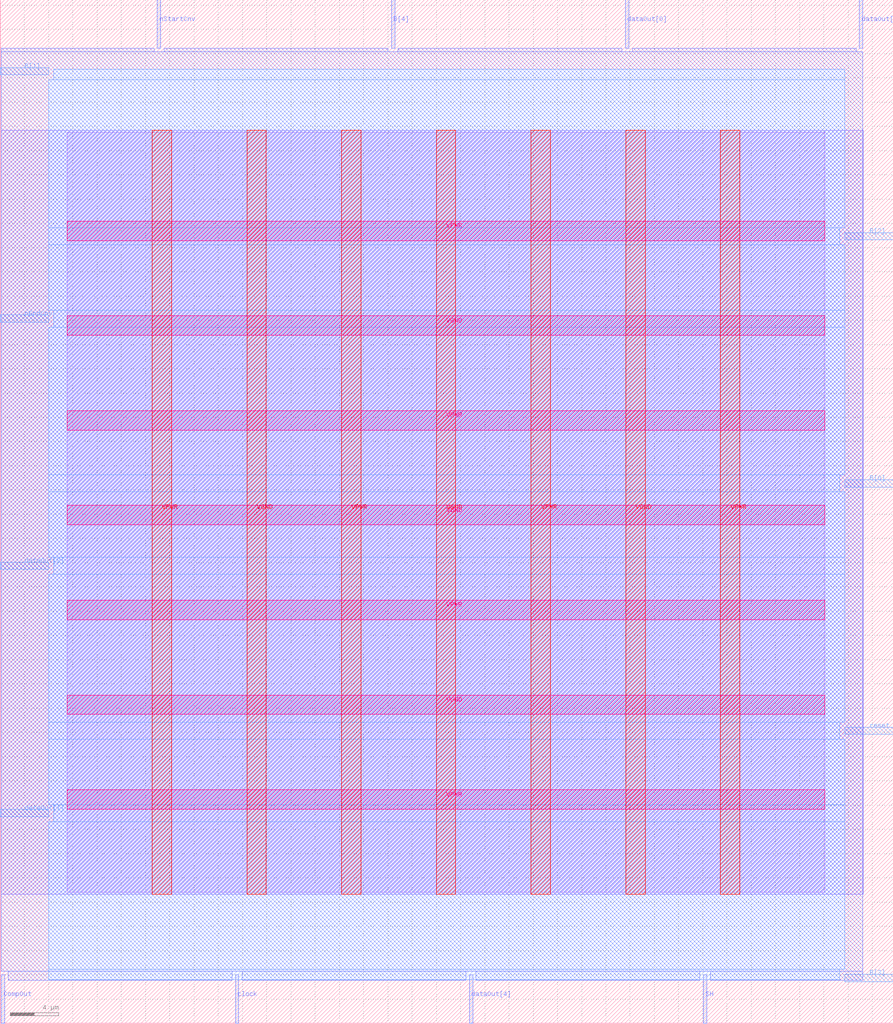
<source format=lef>
VERSION 5.7 ;
  NOWIREEXTENSIONATPIN ON ;
  DIVIDERCHAR "/" ;
  BUSBITCHARS "[]" ;
MACRO sar5bitsreg
  CLASS BLOCK ;
  FOREIGN sar5bitsreg ;
  ORIGIN 0.000 0.000 ;
  SIZE 73.720 BY 84.440 ;
  PIN B[0]
    DIRECTION OUTPUT TRISTATE ;
    USE SIGNAL ;
    PORT
      LAYER met3 ;
        RECT 69.720 44.240 73.720 44.840 ;
    END
  END B[0]
  PIN B[1]
    DIRECTION OUTPUT TRISTATE ;
    USE SIGNAL ;
    PORT
      LAYER met3 ;
        RECT 0.000 78.240 4.000 78.840 ;
    END
  END B[1]
  PIN B[2]
    DIRECTION OUTPUT TRISTATE ;
    USE SIGNAL ;
    PORT
      LAYER met3 ;
        RECT 69.720 64.640 73.720 65.240 ;
    END
  END B[2]
  PIN B[3]
    DIRECTION OUTPUT TRISTATE ;
    USE SIGNAL ;
    PORT
      LAYER met3 ;
        RECT 69.720 3.440 73.720 4.040 ;
    END
  END B[3]
  PIN B[4]
    DIRECTION OUTPUT TRISTATE ;
    USE SIGNAL ;
    PORT
      LAYER met2 ;
        RECT 32.290 80.440 32.570 84.440 ;
    END
  END B[4]
  PIN CompOut
    DIRECTION INPUT ;
    USE SIGNAL ;
    PORT
      LAYER met2 ;
        RECT 0.090 0.000 0.370 4.000 ;
    END
  END CompOut
  PIN SH
    DIRECTION OUTPUT TRISTATE ;
    USE SIGNAL ;
    PORT
      LAYER met2 ;
        RECT 58.050 0.000 58.330 4.000 ;
    END
  END SH
  PIN VGND
    DIRECTION INPUT ;
    USE GROUND ;
    PORT
      LAYER met5 ;
        RECT 5.520 25.480 68.080 27.080 ;
    END
    PORT
      LAYER met5 ;
        RECT 5.520 41.120 68.080 42.720 ;
    END
    PORT
      LAYER met5 ;
        RECT 5.520 56.760 68.080 58.360 ;
    END
    PORT
      LAYER met4 ;
        RECT 20.360 10.640 21.960 73.680 ;
    END
    PORT
      LAYER met4 ;
        RECT 36.000 10.640 37.600 73.680 ;
    END
    PORT
      LAYER met4 ;
        RECT 51.640 10.640 53.240 73.680 ;
    END
  END VGND
  PIN VPWR
    DIRECTION INPUT ;
    USE POWER ;
    PORT
      LAYER met5 ;
        RECT 5.520 17.660 68.080 19.260 ;
    END
    PORT
      LAYER met5 ;
        RECT 5.520 33.300 68.080 34.900 ;
    END
    PORT
      LAYER met5 ;
        RECT 5.520 48.940 68.080 50.540 ;
    END
    PORT
      LAYER met5 ;
        RECT 5.520 64.580 68.080 66.180 ;
    END
    PORT
      LAYER met4 ;
        RECT 12.540 10.640 14.140 73.680 ;
    END
    PORT
      LAYER met4 ;
        RECT 28.180 10.640 29.780 73.680 ;
    END
    PORT
      LAYER met4 ;
        RECT 43.820 10.640 45.420 73.680 ;
    END
    PORT
      LAYER met4 ;
        RECT 59.460 10.640 61.060 73.680 ;
    END
  END VPWR
  PIN clock
    DIRECTION INPUT ;
    USE SIGNAL ;
    PORT
      LAYER met2 ;
        RECT 19.410 0.000 19.690 4.000 ;
    END
  END clock
  PIN dataOut[0]
    DIRECTION OUTPUT TRISTATE ;
    USE SIGNAL ;
    PORT
      LAYER met2 ;
        RECT 51.610 80.440 51.890 84.440 ;
    END
  END dataOut[0]
  PIN dataOut[1]
    DIRECTION OUTPUT TRISTATE ;
    USE SIGNAL ;
    PORT
      LAYER met3 ;
        RECT 0.000 17.040 4.000 17.640 ;
    END
  END dataOut[1]
  PIN dataOut[2]
    DIRECTION OUTPUT TRISTATE ;
    USE SIGNAL ;
    PORT
      LAYER met3 ;
        RECT 0.000 37.440 4.000 38.040 ;
    END
  END dataOut[2]
  PIN dataOut[3]
    DIRECTION OUTPUT TRISTATE ;
    USE SIGNAL ;
    PORT
      LAYER met2 ;
        RECT 70.930 80.440 71.210 84.440 ;
    END
  END dataOut[3]
  PIN dataOut[4]
    DIRECTION OUTPUT TRISTATE ;
    USE SIGNAL ;
    PORT
      LAYER met2 ;
        RECT 38.730 0.000 39.010 4.000 ;
    END
  END dataOut[4]
  PIN nEndCnv
    DIRECTION OUTPUT TRISTATE ;
    USE SIGNAL ;
    PORT
      LAYER met3 ;
        RECT 0.000 57.840 4.000 58.440 ;
    END
  END nEndCnv
  PIN nStartCnv
    DIRECTION INPUT ;
    USE SIGNAL ;
    PORT
      LAYER met2 ;
        RECT 12.970 80.440 13.250 84.440 ;
    END
  END nStartCnv
  PIN reset
    DIRECTION INPUT ;
    USE SIGNAL ;
    PORT
      LAYER met3 ;
        RECT 69.720 23.840 73.720 24.440 ;
    END
  END reset
  OBS
      LAYER li1 ;
        RECT 5.520 10.795 68.080 73.525 ;
      LAYER met1 ;
        RECT 0.070 10.640 71.230 73.680 ;
      LAYER met2 ;
        RECT 0.100 80.160 12.690 80.440 ;
        RECT 13.530 80.160 32.010 80.440 ;
        RECT 32.850 80.160 51.330 80.440 ;
        RECT 52.170 80.160 70.650 80.440 ;
        RECT 0.100 4.280 71.200 80.160 ;
        RECT 0.650 3.555 19.130 4.280 ;
        RECT 19.970 3.555 38.450 4.280 ;
        RECT 39.290 3.555 57.770 4.280 ;
        RECT 58.610 3.555 71.200 4.280 ;
      LAYER met3 ;
        RECT 4.400 77.840 69.720 78.705 ;
        RECT 4.000 65.640 69.720 77.840 ;
        RECT 4.000 64.240 69.320 65.640 ;
        RECT 4.000 58.840 69.720 64.240 ;
        RECT 4.400 57.440 69.720 58.840 ;
        RECT 4.000 45.240 69.720 57.440 ;
        RECT 4.000 43.840 69.320 45.240 ;
        RECT 4.000 38.440 69.720 43.840 ;
        RECT 4.400 37.040 69.720 38.440 ;
        RECT 4.000 24.840 69.720 37.040 ;
        RECT 4.000 23.440 69.320 24.840 ;
        RECT 4.000 18.040 69.720 23.440 ;
        RECT 4.400 16.640 69.720 18.040 ;
        RECT 4.000 4.440 69.720 16.640 ;
        RECT 4.000 3.575 69.320 4.440 ;
  END
END sar5bitsreg
END LIBRARY


</source>
